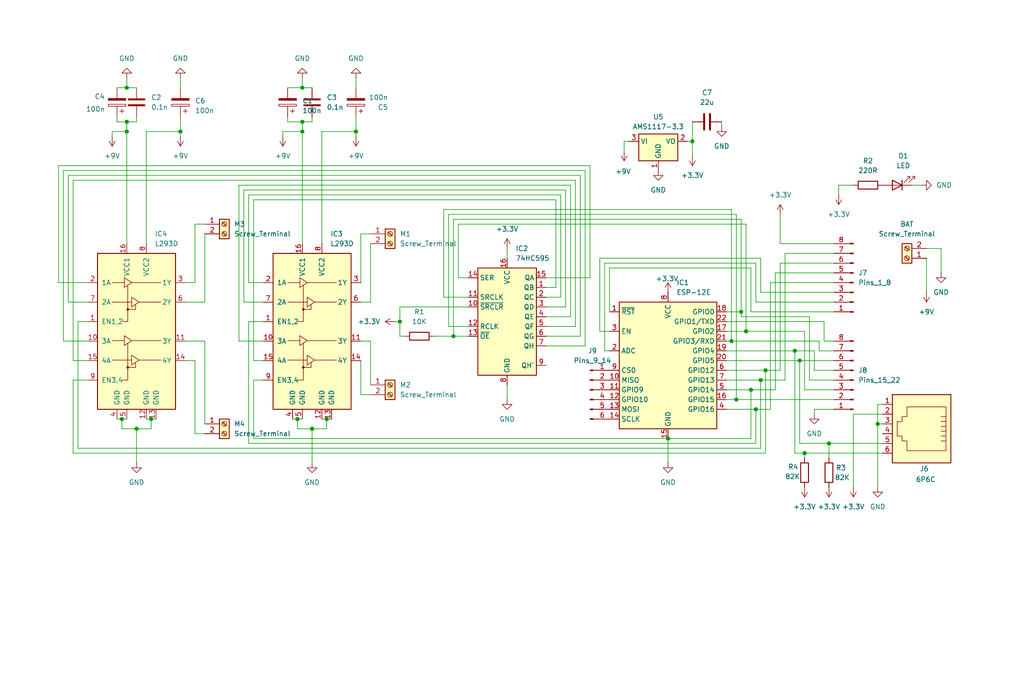
<source format=kicad_sch>
(kicad_sch (version 20231120) (generator "eeschema") (generator_version "8.0")
  (paper "User" 266.7 177.8)
  (title_block (title "ESP Motor Driver V0.1") (company "Daniel Blaško"))
  (lib_symbols
    (symbol "74xx:74HC595"
      (property "Reference" "U" (at -7.62 13.97 0))
      (property "Value" "74HC595" (at -7.62 -16.51 0))
      (symbol "74HC595_1_0"
        (pin tri_state line (at 10.16 7.62 180) (length 2.54) (name "QB") (number "1"))
        (pin input line (at -10.16 2.54 0) (length 2.54) (name "~{SRCLR}") (number "10"))
        (pin input line (at -10.16 5.08 0) (length 2.54) (name "SRCLK") (number "11"))
        (pin input line (at -10.16 -2.54 0) (length 2.54) (name "RCLK") (number "12"))
        (pin input line (at -10.16 -5.08 0) (length 2.54) (name "~{OE}") (number "13"))
        (pin input line (at -10.16 10.16 0) (length 2.54) (name "SER") (number "14"))
        (pin tri_state line (at 10.16 10.16 180) (length 2.54) (name "QA") (number "15"))
        (pin power_in line (at 0 15.24 270) (length 2.54) (name "VCC") (number "16"))
        (pin tri_state line (at 10.16 5.08 180) (length 2.54) (name "QC") (number "2"))
        (pin tri_state line (at 10.16 2.54 180) (length 2.54) (name "QD") (number "3"))
        (pin tri_state line (at 10.16 0 180) (length 2.54) (name "QE") (number "4"))
        (pin tri_state line (at 10.16 -2.54 180) (length 2.54) (name "QF") (number "5"))
        (pin tri_state line (at 10.16 -5.08 180) (length 2.54) (name "QG") (number "6"))
        (pin tri_state line (at 10.16 -7.62 180) (length 2.54) (name "QH") (number "7"))
        (pin power_in line (at 0 -17.78 90) (length 2.54) (name "GND") (number "8"))
        (pin output line (at 10.16 -12.7 180) (length 2.54) (name "QH'") (number "9"))
      )
      (symbol "74HC595_1_1"
        (rectangle (start -7.62 12.7) (end 7.62 -15.24) (stroke (width 0.254)) (fill (type background)))
      )
    )
    (symbol "Connector:6P6C" (pin_names (offset 1.016))
      (property "Reference" "J" (at -5.08 11.43 0))
      (property "Value" "6P6C" (at 2.54 11.43 0))
      (symbol "6P6C_0_1"
        (polyline (pts (xy -6.35 -1.905) (xy -5.08 -1.905) (xy -5.08 -1.905)))
        (polyline (pts (xy -6.35 -0.635) (xy -5.08 -0.635) (xy -5.08 -0.635)))
        (polyline (pts (xy -6.35 0.635) (xy -5.08 0.635) (xy -5.08 0.635)))
        (polyline (pts (xy -6.35 1.905) (xy -5.08 1.905) (xy -5.08 1.905)))
        (polyline (pts (xy -6.35 3.175) (xy -5.08 3.175) (xy -5.08 3.175)))
        (polyline (pts (xy -5.08 4.445) (xy -6.35 4.445) (xy -6.35 4.445)))
        (polyline (pts (xy -6.35 -4.445) (xy -6.35 6.985) (xy 3.81 6.985) (xy 3.81 4.445) (xy 5.08 4.445) (xy 5.08 3.175) (xy 6.35 3.175) (xy 6.35 -0.635) (xy 5.08 -0.635) (xy 5.08 -1.905) (xy 3.81 -1.905) (xy 3.81 -4.445) (xy -6.35 -4.445) (xy -6.35 -4.445)))
        (rectangle (start 7.62 10.16) (end -7.62 -7.62) (stroke (width 0.254)) (fill (type background)))
      )
      (symbol "6P6C_1_1"
        (pin passive line (at 10.16 -5.08 180) (length 2.54) (name "~") (number "1"))
        (pin passive line (at 10.16 -2.54 180) (length 2.54) (name "~") (number "2"))
        (pin passive line (at 10.16 0 180) (length 2.54) (name "~") (number "3"))
        (pin passive line (at 10.16 2.54 180) (length 2.54) (name "~") (number "4"))
        (pin passive line (at 10.16 5.08 180) (length 2.54) (name "~") (number "5"))
        (pin passive line (at 10.16 7.62 180) (length 2.54) (name "~") (number "6"))
      )
    )
    (symbol "Connector:Conn_01x06_Pin" (pin_names (offset 1.016) hide)
      (property "Reference" "J" (at 0 7.62 0))
      (property "Value" "Conn_01x06_Pin" (at 0 -10.16 0))
      (symbol "Conn_01x06_Pin_1_1"
        (polyline (pts (xy 1.27 -7.62) (xy 0.8636 -7.62)) (stroke (width 0.1524)))
        (polyline (pts (xy 1.27 -5.08) (xy 0.8636 -5.08)) (stroke (width 0.1524)))
        (polyline (pts (xy 1.27 -2.54) (xy 0.8636 -2.54)) (stroke (width 0.1524)))
        (polyline (pts (xy 1.27 0) (xy 0.8636 0)) (stroke (width 0.1524)))
        (polyline (pts (xy 1.27 2.54) (xy 0.8636 2.54)) (stroke (width 0.1524)))
        (polyline (pts (xy 1.27 5.08) (xy 0.8636 5.08)) (stroke (width 0.1524)))
        (rectangle (start 0.8636 -7.493) (end 0 -7.747) (stroke (width 0.1524)) (fill (type outline)))
        (rectangle (start 0.8636 -4.953) (end 0 -5.207) (stroke (width 0.1524)) (fill (type outline)))
        (rectangle (start 0.8636 -2.413) (end 0 -2.667) (stroke (width 0.1524)) (fill (type outline)))
        (rectangle (start 0.8636 0.127) (end 0 -0.127) (stroke (width 0.1524)) (fill (type outline)))
        (rectangle (start 0.8636 2.667) (end 0 2.413) (stroke (width 0.1524)) (fill (type outline)))
        (rectangle (start 0.8636 5.207) (end 0 4.953) (stroke (width 0.1524)) (fill (type outline)))
        (pin passive line (at 5.08 5.08 180) (length 3.81) (name "Pin_1") (number "1"))
        (pin passive line (at 5.08 2.54 180) (length 3.81) (name "Pin_2") (number "2"))
        (pin passive line (at 5.08 0 180) (length 3.81) (name "Pin_3") (number "3"))
        (pin passive line (at 5.08 -2.54 180) (length 3.81) (name "Pin_4") (number "4"))
        (pin passive line (at 5.08 -5.08 180) (length 3.81) (name "Pin_5") (number "5"))
        (pin passive line (at 5.08 -7.62 180) (length 3.81) (name "Pin_6") (number "6"))
      )
    )
    (symbol "Connector:Conn_01x08_Pin" (pin_names (offset 1.016) hide)
      (property "Reference" "J" (at 0 10.16 0))
      (property "Value" "Conn_01x08_Pin" (at 0 -12.7 0))
      (symbol "Conn_01x08_Pin_1_1"
        (polyline (pts (xy 1.27 -10.16) (xy 0.8636 -10.16)) (stroke (width 0.1524)))
        (polyline (pts (xy 1.27 -7.62) (xy 0.8636 -7.62)) (stroke (width 0.1524)))
        (polyline (pts (xy 1.27 -5.08) (xy 0.8636 -5.08)) (stroke (width 0.1524)))
        (polyline (pts (xy 1.27 -2.54) (xy 0.8636 -2.54)) (stroke (width 0.1524)))
        (polyline (pts (xy 1.27 0) (xy 0.8636 0)) (stroke (width 0.1524)))
        (polyline (pts (xy 1.27 2.54) (xy 0.8636 2.54)) (stroke (width 0.1524)))
        (polyline (pts (xy 1.27 5.08) (xy 0.8636 5.08)) (stroke (width 0.1524)))
        (polyline (pts (xy 1.27 7.62) (xy 0.8636 7.62)) (stroke (width 0.1524)))
        (rectangle (start 0.8636 -10.033) (end 0 -10.287) (stroke (width 0.1524)) (fill (type outline)))
        (rectangle (start 0.8636 -7.493) (end 0 -7.747) (stroke (width 0.1524)) (fill (type outline)))
        (rectangle (start 0.8636 -4.953) (end 0 -5.207) (stroke (width 0.1524)) (fill (type outline)))
        (rectangle (start 0.8636 -2.413) (end 0 -2.667) (stroke (width 0.1524)) (fill (type outline)))
        (rectangle (start 0.8636 0.127) (end 0 -0.127) (stroke (width 0.1524)) (fill (type outline)))
        (rectangle (start 0.8636 2.667) (end 0 2.413) (stroke (width 0.1524)) (fill (type outline)))
        (rectangle (start 0.8636 5.207) (end 0 4.953) (stroke (width 0.1524)) (fill (type outline)))
        (rectangle (start 0.8636 7.747) (end 0 7.493) (stroke (width 0.1524)) (fill (type outline)))
        (pin passive line (at 5.08 7.62 180) (length 3.81) (name "Pin_1") (number "1"))
        (pin passive line (at 5.08 5.08 180) (length 3.81) (name "Pin_2") (number "2"))
        (pin passive line (at 5.08 2.54 180) (length 3.81) (name "Pin_3") (number "3"))
        (pin passive line (at 5.08 0 180) (length 3.81) (name "Pin_4") (number "4"))
        (pin passive line (at 5.08 -2.54 180) (length 3.81) (name "Pin_5") (number "5"))
        (pin passive line (at 5.08 -5.08 180) (length 3.81) (name "Pin_6") (number "6"))
        (pin passive line (at 5.08 -7.62 180) (length 3.81) (name "Pin_7") (number "7"))
        (pin passive line (at 5.08 -10.16 180) (length 3.81) (name "Pin_8") (number "8"))
      )
    )
    (symbol "Connector:Screw_Terminal_01x02" (pin_names (offset 1.016) hide)
      (property "Reference" "J" (at 0 2.54 0))
      (property "Value" "Screw_Terminal_01x02" (at 0 -5.08 0))
      (symbol "Screw_Terminal_01x02_1_1"
        (rectangle (start -1.27 1.27) (end 1.27 -3.81) (stroke (width 0.254)) (fill (type background)))
        (circle (center 0 -2.54) (radius 0.635) (stroke (width 0.1524)))
        (polyline (pts (xy -0.5334 -2.2098) (xy 0.3302 -3.048)) (stroke (width 0.1524)))
        (polyline (pts (xy -0.5334 0.3302) (xy 0.3302 -0.508)) (stroke (width 0.1524)))
        (polyline (pts (xy -0.3556 -2.032) (xy 0.508 -2.8702)) (stroke (width 0.1524)))
        (polyline (pts (xy -0.3556 0.508) (xy 0.508 -0.3302)) (stroke (width 0.1524)))
        (circle (center 0 0) (radius 0.635) (stroke (width 0.1524)))
        (pin passive line (at -5.08 0 0) (length 3.81) (name "Pin_1") (number "1"))
        (pin passive line (at -5.08 -2.54 0) (length 3.81) (name "Pin_2") (number "2"))
      )
    )
    (symbol "Device:C" (pin_numbers hide) (pin_names (offset 0.254))
      (property "Reference" "C" (at 0.635 2.54 0))
      (property "Value" "C" (at 0.635 -2.54 0))
      (symbol "C_0_1"
        (polyline (pts (xy -2.032 -0.762) (xy 2.032 -0.762)) (stroke (width 0.508)))
        (polyline (pts (xy -2.032 0.762) (xy 2.032 0.762)) (stroke (width 0.508)))
      )
      (symbol "C_1_1"
        (pin passive line (at 0 3.81 270) (length 2.794) (name "~") (number "1"))
        (pin passive line (at 0 -3.81 90) (length 2.794) (name "~") (number "2"))
      )
    )
    (symbol "Device:C_Polarized" (pin_numbers hide) (pin_names (offset 0.254))
      (property "Reference" "C" (at 0.635 2.54 0))
      (property "Value" "C_Polarized" (at 0.635 -2.54 0))
      (symbol "C_Polarized_0_1"
        (rectangle (start -2.286 0.508) (end 2.286 1.016))
        (polyline (pts (xy -1.778 2.286) (xy -0.762 2.286)))
        (polyline (pts (xy -1.27 2.794) (xy -1.27 1.778)))
        (rectangle (start 2.286 -0.508) (end -2.286 -1.016) (fill (type outline)))
      )
      (symbol "C_Polarized_1_1"
        (pin passive line (at 0 3.81 270) (length 2.794) (name "~") (number "1"))
        (pin passive line (at 0 -3.81 90) (length 2.794) (name "~") (number "2"))
      )
    )
    (symbol "Device:LED" (pin_numbers hide) (pin_names (offset 1.016) hide)
      (property "Reference" "D" (at 0 2.54 0))
      (property "Value" "LED" (at 0 -2.54 0))
      (symbol "LED_0_1"
        (polyline (pts (xy -1.27 -1.27) (xy -1.27 1.27)) (stroke (width 0.254)))
        (polyline (pts (xy -1.27 0) (xy 1.27 0)))
        (polyline (pts (xy 1.27 -1.27) (xy 1.27 1.27) (xy -1.27 0) (xy 1.27 -1.27)) (stroke (width 0.254)))
        (polyline (pts (xy -3.048 -0.762) (xy -4.572 -2.286) (xy -3.81 -2.286) (xy -4.572 -2.286) (xy -4.572 -1.524)))
        (polyline (pts (xy -1.778 -0.762) (xy -3.302 -2.286) (xy -2.54 -2.286) (xy -3.302 -2.286) (xy -3.302 -1.524)))
      )
      (symbol "LED_1_1"
        (pin passive line (at -3.81 0 0) (length 2.54) (name "K") (number "1"))
        (pin passive line (at 3.81 0 180) (length 2.54) (name "A") (number "2"))
      )
    )
    (symbol "Device:R" (pin_numbers hide) (pin_names (offset 0))
      (property "Reference" "R" (at 2.032 0 90))
      (property "Value" "R" (at 0 0 90))
      (symbol "R_0_1"
        (rectangle (start -1.016 -2.54) (end 1.016 2.54) (stroke (width 0.254)))
      )
      (symbol "R_1_1"
        (pin passive line (at 0 3.81 270) (length 1.27) (name "~") (number "1"))
        (pin passive line (at 0 -3.81 90) (length 1.27) (name "~") (number "2"))
      )
    )
    (symbol "Driver_Motor:L293D" (pin_names (offset 1.016))
      (property "Reference" "U" (at -5.08 26.035 0))
      (property "Value" "L293D" (at -5.08 24.13 0))
      (symbol "L293D_0_1"
        (rectangle (start -10.16 22.86) (end 10.16 -17.78) (stroke (width 0.254)) (fill (type background)))
        (circle (center -2.286 -6.858) (radius 0.254) (fill (type outline)))
        (circle (center -2.286 8.255) (radius 0.254) (fill (type outline)))
        (polyline (pts (xy -6.35 -4.953) (xy -1.27 -4.953)))
        (polyline (pts (xy -6.35 0.127) (xy -3.175 0.127)))
        (polyline (pts (xy -6.35 10.16) (xy -1.27 10.16)))
        (polyline (pts (xy -6.35 15.24) (xy -3.175 15.24)))
        (polyline (pts (xy -1.27 0.127) (xy 6.35 0.127)))
        (polyline (pts (xy -1.27 15.24) (xy 6.35 15.24)))
        (polyline (pts (xy 0.635 -4.953) (xy 6.35 -4.953)))
        (polyline (pts (xy 0.635 10.16) (xy 6.35 10.16)))
        (polyline (pts (xy -2.286 -6.858) (xy -0.254 -6.858) (xy -0.254 -5.588)))
        (polyline (pts (xy -2.286 -0.635) (xy -2.286 -10.16) (xy -3.556 -10.16)))
        (polyline (pts (xy -2.286 8.255) (xy -0.254 8.255) (xy -0.254 9.525)))
        (polyline (pts (xy -2.286 14.478) (xy -2.286 5.08) (xy -3.556 5.08)))
        (polyline (pts (xy -3.175 1.397) (xy -3.175 -1.143) (xy -1.27 0.127) (xy -3.175 1.397)))
        (polyline (pts (xy -3.175 16.51) (xy -3.175 13.97) (xy -1.27 15.24) (xy -3.175 16.51)))
        (polyline (pts (xy -1.27 -3.683) (xy -1.27 -6.223) (xy 0.635 -4.953) (xy -1.27 -3.683)))
        (polyline (pts (xy -1.27 11.43) (xy -1.27 8.89) (xy 0.635 10.16) (xy -1.27 11.43)))
      )
      (symbol "L293D_1_1"
        (pin input line (at -12.7 5.08 0) (length 2.54) (name "EN1,2") (number "1"))
        (pin input line (at -12.7 0 0) (length 2.54) (name "3A") (number "10"))
        (pin output line (at 12.7 0 180) (length 2.54) (name "3Y") (number "11"))
        (pin power_in line (at 2.54 -20.32 90) (length 2.54) (name "GND") (number "12"))
        (pin power_in line (at 5.08 -20.32 90) (length 2.54) (name "GND") (number "13"))
        (pin output line (at 12.7 -5.08 180) (length 2.54) (name "4Y") (number "14"))
        (pin input line (at -12.7 -5.08 0) (length 2.54) (name "4A") (number "15"))
        (pin power_in line (at -2.54 25.4 270) (length 2.54) (name "VCC1") (number "16"))
        (pin input line (at -12.7 15.24 0) (length 2.54) (name "1A") (number "2"))
        (pin output line (at 12.7 15.24 180) (length 2.54) (name "1Y") (number "3"))
        (pin power_in line (at -5.08 -20.32 90) (length 2.54) (name "GND") (number "4"))
        (pin power_in line (at -2.54 -20.32 90) (length 2.54) (name "GND") (number "5"))
        (pin output line (at 12.7 10.16 180) (length 2.54) (name "2Y") (number "6"))
        (pin input line (at -12.7 10.16 0) (length 2.54) (name "2A") (number "7"))
        (pin power_in line (at 2.54 25.4 270) (length 2.54) (name "VCC2") (number "8"))
        (pin input line (at -12.7 -10.16 0) (length 2.54) (name "EN3,4") (number "9"))
      )
    )
    (symbol "RF_Module:ESP-12E"
      (property "Reference" "U" (at -12.7 19.05 0))
      (property "Value" "ESP-12E" (at 12.7 19.05 0))
      (symbol "ESP-12E_0_1"
        (rectangle (start -12.7 17.78) (end 12.7 -15.24) (stroke (width 0.254)) (fill (type background)))
      )
      (symbol "ESP-12E_1_1"
        (pin input line (at -15.24 15.24 0) (length 2.54) (name "~{RST}") (number "1"))
        (pin bidirectional line (at -15.24 -2.54 0) (length 2.54) (name "MISO") (number "10"))
        (pin bidirectional line (at -15.24 -5.08 0) (length 2.54) (name "GPIO9") (number "11"))
        (pin bidirectional line (at -15.24 -7.62 0) (length 2.54) (name "GPIO10") (number "12"))
        (pin bidirectional line (at -15.24 -10.16 0) (length 2.54) (name "MOSI") (number "13"))
        (pin bidirectional line (at -15.24 -12.7 0) (length 2.54) (name "SCLK") (number "14"))
        (pin power_in line (at 0 -17.78 90) (length 2.54) (name "GND") (number "15"))
        (pin bidirectional line (at 15.24 -7.62 180) (length 2.54) (name "GPIO15") (number "16"))
        (pin bidirectional line (at 15.24 10.16 180) (length 2.54) (name "GPIO2") (number "17"))
        (pin bidirectional line (at 15.24 15.24 180) (length 2.54) (name "GPIO0") (number "18"))
        (pin bidirectional line (at 15.24 5.08 180) (length 2.54) (name "GPIO4") (number "19"))
        (pin input line (at -15.24 5.08 0) (length 2.54) (name "ADC") (number "2"))
        (pin bidirectional line (at 15.24 2.54 180) (length 2.54) (name "GPIO5") (number "20"))
        (pin bidirectional line (at 15.24 7.62 180) (length 2.54) (name "GPIO3/RXD") (number "21"))
        (pin bidirectional line (at 15.24 12.7 180) (length 2.54) (name "GPIO1/TXD") (number "22"))
        (pin input line (at -15.24 10.16 0) (length 2.54) (name "EN") (number "3"))
        (pin bidirectional line (at 15.24 -10.16 180) (length 2.54) (name "GPIO16") (number "4"))
        (pin bidirectional line (at 15.24 -5.08 180) (length 2.54) (name "GPIO14") (number "5"))
        (pin bidirectional line (at 15.24 0 180) (length 2.54) (name "GPIO12") (number "6"))
        (pin bidirectional line (at 15.24 -2.54 180) (length 2.54) (name "GPIO13") (number "7"))
        (pin power_in line (at 0 20.32 270) (length 2.54) (name "VCC") (number "8"))
        (pin input line (at -15.24 0 0) (length 2.54) (name "CS0") (number "9"))
      )
    )
    (symbol "Regulator_Linear:AMS1117-3.3"
      (property "Reference" "U" (at -3.81 3.175 0))
      (property "Value" "AMS1117-3.3" (at 0 3.175 0))
      (symbol "AMS1117-3.3_0_1"
        (rectangle (start -5.08 -5.08) (end 5.08 1.905) (stroke (width 0.254)) (fill (type background)))
      )
      (symbol "AMS1117-3.3_1_1"
        (pin power_in line (at 0 -7.62 90) (length 2.54) (name "GND") (number "1"))
        (pin power_out line (at 7.62 0 180) (length 2.54) (name "VO") (number "2"))
        (pin power_in line (at -7.62 0 0) (length 2.54) (name "VI") (number "3"))
      )
    )
    (symbol "power:+3.3V" (power) (pin_numbers hide) (pin_names (offset 0) hide)
      (property "Value" "+3.3V" (at 0 3.556 0))
      (symbol "+3.3V_0_1"
        (polyline (pts (xy -0.762 1.27) (xy 0 2.54)))
        (polyline (pts (xy 0 0) (xy 0 2.54)))
        (polyline (pts (xy 0 2.54) (xy 0.762 1.27)))
      )
      (symbol "+3.3V_1_1"
        (pin power_in line (at 0 0 90) (length 0) (name "~") (number "1"))
      )
    )
    (symbol "power:+9V" (power) (pin_numbers hide) (pin_names (offset 0) hide)
      (property "Value" "+9V" (at 0 3.556 0))
      (symbol "+9V_0_1"
        (polyline (pts (xy -0.762 1.27) (xy 0 2.54)))
        (polyline (pts (xy 0 0) (xy 0 2.54)))
        (polyline (pts (xy 0 2.54) (xy 0.762 1.27)))
      )
      (symbol "+9V_1_1"
        (pin power_in line (at 0 0 90) (length 0) (name "~") (number "1"))
      )
    )
    (symbol "power:GND" (power) (pin_numbers hide) (pin_names (offset 0) hide)
      (property "Value" "GND" (at 0 -3.81 0))
      (symbol "GND_0_1"
        (polyline (pts (xy 0 0) (xy 0 -1.27) (xy 1.27 -1.27) (xy 0 -2.54) (xy -1.27 -1.27) (xy 0 -1.27)))
      )
      (symbol "GND_1_1"
        (pin power_in line (at 0 0 270) (length 0) (name "~") (number "1"))
      )
    )
  )
  (junction (at 78.74 22.86))
  (junction (at 35.56 111.76))
  (junction (at 215.9 115.57))
  (junction (at 228.6 110.49))
  (junction (at 104.14 83.82))
  (junction (at 195.58 101.6))
  (junction (at 78.74 31.75))
  (junction (at 208.28 93.98))
  (junction (at 92.71 34.29))
  (junction (at 194.31 86.36))
  (junction (at 78.74 34.29))
  (junction (at 31.75 109.22))
  (junction (at 207.01 91.44))
  (junction (at 191.77 104.14))
  (junction (at 33.02 22.86))
  (junction (at 85.09 109.22))
  (junction (at 209.55 118.11))
  (junction (at 193.04 81.28))
  (junction (at 196.85 106.68))
  (junction (at 173.99 114.3))
  (junction (at 46.99 34.29))
  (junction (at 81.28 111.76))
  (junction (at 118.11 87.63))
  (junction (at 33.02 34.29))
  (junction (at 77.47 109.22))
  (junction (at 33.02 31.75))
  (junction (at 198.12 99.06))
  (junction (at 190.5 88.9))
  (junction (at 180.34 36.83))
  (junction (at 199.39 96.52))
  (junction (at 39.37 109.22))
  (wire (pts (xy 209.55 101.6) (xy 217.17 101.6)))
  (wire (pts (xy 195.58 101.6) (xy 201.93 101.6)))
  (wire (pts (xy 17.78 45.72) (xy 17.78 78.74)))
  (wire (pts (xy 200.66 106.68) (xy 200.66 73.66)))
  (wire (pts (xy 191.77 104.14) (xy 191.77 55.88)))
  (wire (pts (xy 16.51 44.45) (xy 16.51 88.9)))
  (wire (pts (xy 148.59 48.26) (xy 62.23 48.26)))
  (wire (pts (xy 35.56 111.76) (xy 39.37 111.76)))
  (wire (pts (xy 46.99 30.48) (xy 46.99 34.29)))
  (wire (pts (xy 73.66 34.29) (xy 73.66 35.56)))
  (wire (pts (xy 142.24 85.09) (xy 149.86 85.09)))
  (wire (pts (xy 147.32 49.53) (xy 63.5 49.53)))
  (wire (pts (xy 152.4 90.17) (xy 152.4 44.45)))
  (wire (pts (xy 92.71 34.29) (xy 92.71 35.56)))
  (wire (pts (xy 196.85 106.68) (xy 200.66 106.68)))
  (wire (pts (xy 212.09 106.68) (xy 217.17 106.68)))
  (wire (pts (xy 38.1 109.22) (xy 39.37 109.22)))
  (wire (pts (xy 15.24 43.18) (xy 15.24 73.66)))
  (wire (pts (xy 158.75 86.36) (xy 156.21 86.36)))
  (wire (pts (xy 149.86 46.99) (xy 149.86 85.09)))
  (wire (pts (xy 189.23 83.82) (xy 214.63 83.82)))
  (wire (pts (xy 62.23 88.9) (xy 68.58 88.9)))
  (wire (pts (xy 204.47 66.04) (xy 217.17 66.04)))
  (wire (pts (xy 199.39 96.52) (xy 199.39 118.11)))
  (wire (pts (xy 17.78 78.74) (xy 22.86 78.74)))
  (wire (pts (xy 31.75 111.76) (xy 35.56 111.76)))
  (wire (pts (xy 218.44 48.26) (xy 222.25 48.26)))
  (wire (pts (xy 189.23 96.52) (xy 199.39 96.52)))
  (wire (pts (xy 33.02 22.86) (xy 35.56 22.86)))
  (wire (pts (xy 104.14 83.82) (xy 104.14 87.63)))
  (wire (pts (xy 180.34 31.75) (xy 180.34 36.83)))
  (wire (pts (xy 208.28 115.57) (xy 208.28 93.98)))
  (wire (pts (xy 241.3 67.31) (xy 241.3 76.2)))
  (wire (pts (xy 83.82 34.29) (xy 83.82 63.5)))
  (wire (pts (xy 173.99 114.3) (xy 173.99 120.65)))
  (wire (pts (xy 215.9 115.57) (xy 215.9 119.38)))
  (wire (pts (xy 93.98 78.74) (xy 96.52 78.74)))
  (wire (pts (xy 146.05 50.8) (xy 64.77 50.8)))
  (wire (pts (xy 119.38 72.39) (xy 121.92 72.39)))
  (wire (pts (xy 228.6 110.49) (xy 228.6 127)))
  (wire (pts (xy 210.82 99.06) (xy 217.17 99.06)))
  (wire (pts (xy 38.1 34.29) (xy 38.1 63.5)))
  (wire (pts (xy 78.74 22.86) (xy 81.28 22.86)))
  (wire (pts (xy 93.98 102.87) (xy 96.52 102.87)))
  (wire (pts (xy 93.98 60.96) (xy 96.52 60.96)))
  (wire (pts (xy 209.55 118.11) (xy 229.87 118.11)))
  (wire (pts (xy 142.24 80.01) (xy 147.32 80.01)))
  (wire (pts (xy 39.37 109.22) (xy 39.37 111.76)))
  (wire (pts (xy 196.85 78.74) (xy 217.17 78.74)))
  (wire (pts (xy 33.02 31.75) (xy 35.56 31.75)))
  (wire (pts (xy 78.74 20.32) (xy 78.74 22.86)))
  (wire (pts (xy 77.47 109.22) (xy 77.47 111.76)))
  (wire (pts (xy 132.08 100.33) (xy 132.08 104.14)))
  (wire (pts (xy 93.98 73.66) (xy 93.98 60.96)))
  (wire (pts (xy 195.58 81.28) (xy 217.17 81.28)))
  (wire (pts (xy 53.34 88.9) (xy 53.34 110.49)))
  (wire (pts (xy 193.04 81.28) (xy 193.04 57.15)))
  (wire (pts (xy 210.82 82.55) (xy 210.82 99.06)))
  (wire (pts (xy 229.87 105.41) (xy 228.6 105.41)))
  (wire (pts (xy 83.82 34.29) (xy 92.71 34.29)))
  (wire (pts (xy 193.04 81.28) (xy 193.04 82.55)))
  (wire (pts (xy 63.5 78.74) (xy 68.58 78.74)))
  (wire (pts (xy 190.5 54.61) (xy 115.57 54.61)))
  (wire (pts (xy 198.12 67.31) (xy 198.12 76.2)))
  (wire (pts (xy 77.47 109.22) (xy 78.74 109.22)))
  (wire (pts (xy 199.39 118.11) (xy 19.05 118.11)))
  (wire (pts (xy 16.51 88.9) (xy 22.86 88.9)))
  (wire (pts (xy 76.2 109.22) (xy 77.47 109.22)))
  (wire (pts (xy 73.66 34.29) (xy 78.74 34.29)))
  (wire (pts (xy 207.01 91.44) (xy 207.01 118.11)))
  (wire (pts (xy 78.74 34.29) (xy 78.74 63.5)))
  (wire (pts (xy 81.28 111.76) (xy 85.09 111.76)))
  (wire (pts (xy 33.02 34.29) (xy 33.02 63.5)))
  (wire (pts (xy 74.93 30.48) (xy 74.93 31.75)))
  (wire (pts (xy 191.77 55.88) (xy 116.84 55.88)))
  (wire (pts (xy 30.48 31.75) (xy 30.48 30.48)))
  (wire (pts (xy 20.32 83.82) (xy 22.86 83.82)))
  (wire (pts (xy 104.14 80.01) (xy 104.14 83.82)))
  (wire (pts (xy 208.28 93.98) (xy 189.23 93.98)))
  (wire (pts (xy 222.25 107.95) (xy 229.87 107.95)))
  (wire (pts (xy 19.05 118.11) (xy 19.05 99.06)))
  (wire (pts (xy 191.77 104.14) (xy 217.17 104.14)))
  (wire (pts (xy 212.09 106.68) (xy 212.09 107.95)))
  (wire (pts (xy 142.24 87.63) (xy 151.13 87.63)))
  (wire (pts (xy 194.31 58.42) (xy 119.38 58.42)))
  (wire (pts (xy 196.85 106.68) (xy 189.23 106.68)))
  (wire (pts (xy 199.39 96.52) (xy 203.2 96.52)))
  (wire (pts (xy 237.49 48.26) (xy 240.03 48.26)))
  (wire (pts (xy 151.13 45.72) (xy 17.78 45.72)))
  (wire (pts (xy 158.75 69.85) (xy 195.58 69.85)))
  (wire (pts (xy 207.01 91.44) (xy 212.09 91.44)))
  (wire (pts (xy 209.55 86.36) (xy 209.55 101.6)))
  (wire (pts (xy 33.02 20.32) (xy 33.02 22.86)))
  (wire (pts (xy 144.78 74.93) (xy 144.78 52.07)))
  (wire (pts (xy 180.34 36.83) (xy 179.07 36.83)))
  (wire (pts (xy 116.84 85.09) (xy 121.92 85.09)))
  (wire (pts (xy 31.75 109.22) (xy 31.75 111.76)))
  (wire (pts (xy 74.93 22.86) (xy 78.74 22.86)))
  (wire (pts (xy 64.77 50.8) (xy 64.77 73.66)))
  (wire (pts (xy 245.11 64.77) (xy 245.11 71.12)))
  (wire (pts (xy 39.37 109.22) (xy 40.64 109.22)))
  (wire (pts (xy 142.24 82.55) (xy 148.59 82.55)))
  (wire (pts (xy 203.2 68.58) (xy 217.17 68.58)))
  (wire (pts (xy 204.47 99.06) (xy 204.47 66.04)))
  (wire (pts (xy 66.04 114.3) (xy 66.04 99.06)))
  (wire (pts (xy 198.12 99.06) (xy 198.12 116.84)))
  (wire (pts (xy 83.82 109.22) (xy 85.09 109.22)))
  (wire (pts (xy 213.36 91.44) (xy 217.17 91.44)))
  (wire (pts (xy 48.26 88.9) (xy 53.34 88.9)))
  (wire (pts (xy 50.8 73.66) (xy 50.8 58.42)))
  (wire (pts (xy 189.23 88.9) (xy 190.5 88.9)))
  (wire (pts (xy 147.32 80.01) (xy 147.32 49.53)))
  (wire (pts (xy 157.48 91.44) (xy 157.48 68.58)))
  (wire (pts (xy 196.85 115.57) (xy 196.85 106.68)))
  (wire (pts (xy 96.52 88.9) (xy 96.52 100.33)))
  (wire (pts (xy 173.99 114.3) (xy 66.04 114.3)))
  (wire (pts (xy 66.04 99.06) (xy 68.58 99.06)))
  (wire (pts (xy 29.21 34.29) (xy 33.02 34.29)))
  (wire (pts (xy 228.6 110.49) (xy 229.87 110.49)))
  (wire (pts (xy 19.05 46.99) (xy 149.86 46.99)))
  (wire (pts (xy 63.5 49.53) (xy 63.5 78.74)))
  (wire (pts (xy 33.02 31.75) (xy 30.48 31.75)))
  (wire (pts (xy 121.92 80.01) (xy 104.14 80.01)))
  (wire (pts (xy 142.24 90.17) (xy 152.4 90.17)))
  (wire (pts (xy 132.08 64.77) (xy 132.08 67.31)))
  (wire (pts (xy 187.96 33.02) (xy 187.96 31.75)))
  (wire (pts (xy 217.17 63.5) (xy 203.2 63.5)))
  (wire (pts (xy 241.3 64.77) (xy 245.11 64.77)))
  (wire (pts (xy 158.75 91.44) (xy 157.48 91.44)))
  (wire (pts (xy 203.2 96.52) (xy 203.2 68.58)))
  (wire (pts (xy 207.01 118.11) (xy 209.55 118.11)))
  (wire (pts (xy 142.24 74.93) (xy 144.78 74.93)))
  (wire (pts (xy 214.63 83.82) (xy 214.63 88.9)))
  (wire (pts (xy 196.85 68.58) (xy 196.85 78.74)))
  (wire (pts (xy 64.77 83.82) (xy 64.77 115.57)))
  (wire (pts (xy 152.4 44.45) (xy 16.51 44.45)))
  (wire (pts (xy 66.04 93.98) (xy 68.58 93.98)))
  (wire (pts (xy 81.28 31.75) (xy 81.28 30.48)))
  (wire (pts (xy 118.11 87.63) (xy 121.92 87.63)))
  (wire (pts (xy 77.47 111.76) (xy 81.28 111.76)))
  (wire (pts (xy 19.05 93.98) (xy 19.05 46.99)))
  (wire (pts (xy 48.26 73.66) (xy 50.8 73.66)))
  (wire (pts (xy 30.48 22.86) (xy 33.02 22.86)))
  (wire (pts (xy 209.55 118.11) (xy 209.55 119.38)))
  (wire (pts (xy 74.93 31.75) (xy 78.74 31.75)))
  (wire (pts (xy 189.23 99.06) (xy 198.12 99.06)))
  (wire (pts (xy 194.31 86.36) (xy 209.55 86.36)))
  (wire (pts (xy 146.05 77.47) (xy 146.05 50.8)))
  (wire (pts (xy 115.57 77.47) (xy 121.92 77.47)))
  (wire (pts (xy 85.09 109.22) (xy 85.09 111.76)))
  (wire (pts (xy 195.58 101.6) (xy 195.58 114.3)))
  (wire (pts (xy 198.12 76.2) (xy 217.17 76.2)))
  (wire (pts (xy 53.34 78.74) (xy 53.34 60.96)))
  (wire (pts (xy 15.24 73.66) (xy 22.86 73.66)))
  (wire (pts (xy 218.44 48.26) (xy 218.44 50.8)))
  (wire (pts (xy 189.23 101.6) (xy 195.58 101.6)))
  (wire (pts (xy 29.21 34.29) (xy 29.21 35.56)))
  (wire (pts (xy 201.93 101.6) (xy 201.93 71.12)))
  (wire (pts (xy 35.56 111.76) (xy 35.56 120.65)))
  (wire (pts (xy 35.56 30.48) (xy 35.56 31.75)))
  (wire (pts (xy 31.75 109.22) (xy 33.02 109.22)))
  (wire (pts (xy 208.28 93.98) (xy 217.17 93.98)))
  (wire (pts (xy 93.98 88.9) (xy 96.52 88.9)))
  (wire (pts (xy 213.36 88.9) (xy 213.36 91.44)))
  (wire (pts (xy 81.28 111.76) (xy 81.28 120.65)))
  (wire (pts (xy 195.58 114.3) (xy 173.99 114.3)))
  (wire (pts (xy 153.67 43.18) (xy 15.24 43.18)))
  (wire (pts (xy 48.26 78.74) (xy 53.34 78.74)))
  (wire (pts (xy 190.5 88.9) (xy 190.5 54.61)))
  (wire (pts (xy 162.56 36.83) (xy 163.83 36.83)))
  (wire (pts (xy 158.75 81.28) (xy 158.75 69.85)))
  (wire (pts (xy 50.8 113.03) (xy 53.34 113.03)))
  (wire (pts (xy 78.74 31.75) (xy 78.74 34.29)))
  (wire (pts (xy 148.59 82.55) (xy 148.59 48.26)))
  (wire (pts (xy 92.71 30.48) (xy 92.71 34.29)))
  (wire (pts (xy 203.2 55.88) (xy 203.2 63.5)))
  (wire (pts (xy 92.71 20.32) (xy 92.71 22.86)))
  (wire (pts (xy 50.8 93.98) (xy 50.8 113.03)))
  (wire (pts (xy 190.5 88.9) (xy 213.36 88.9)))
  (wire (pts (xy 195.58 69.85) (xy 195.58 81.28)))
  (wire (pts (xy 33.02 31.75) (xy 33.02 34.29)))
  (wire (pts (xy 214.63 88.9) (xy 217.17 88.9)))
  (wire (pts (xy 144.78 52.07) (xy 66.04 52.07)))
  (wire (pts (xy 46.99 34.29) (xy 46.99 35.56)))
  (wire (pts (xy 142.24 72.39) (xy 153.67 72.39)))
  (wire (pts (xy 119.38 58.42) (xy 119.38 72.39)))
  (wire (pts (xy 93.98 93.98) (xy 93.98 102.87)))
  (wire (pts (xy 64.77 73.66) (xy 68.58 73.66)))
  (wire (pts (xy 198.12 99.06) (xy 204.47 99.06)))
  (wire (pts (xy 189.23 81.28) (xy 193.04 81.28)))
  (wire (pts (xy 151.13 87.63) (xy 151.13 45.72)))
  (wire (pts (xy 198.12 116.84) (xy 20.32 116.84)))
  (wire (pts (xy 22.86 93.98) (xy 19.05 93.98)))
  (wire (pts (xy 104.14 87.63) (xy 105.41 87.63)))
  (wire (pts (xy 113.03 87.63) (xy 118.11 87.63)))
  (wire (pts (xy 68.58 83.82) (xy 64.77 83.82)))
  (wire (pts (xy 153.67 72.39) (xy 153.67 43.18)))
  (wire (pts (xy 118.11 57.15) (xy 118.11 87.63)))
  (wire (pts (xy 194.31 58.42) (xy 194.31 86.36)))
  (wire (pts (xy 201.93 71.12) (xy 217.17 71.12)))
  (wire (pts (xy 19.05 99.06) (xy 22.86 99.06)))
  (wire (pts (xy 222.25 107.95) (xy 222.25 127)))
  (wire (pts (xy 212.09 96.52) (xy 217.17 96.52)))
  (wire (pts (xy 66.04 52.07) (xy 66.04 93.98)))
  (wire (pts (xy 38.1 34.29) (xy 46.99 34.29)))
  (wire (pts (xy 78.74 31.75) (xy 81.28 31.75)))
  (wire (pts (xy 208.28 115.57) (xy 215.9 115.57)))
  (wire (pts (xy 156.21 67.31) (xy 198.12 67.31)))
  (wire (pts (xy 102.87 83.82) (xy 104.14 83.82)))
  (wire (pts (xy 157.48 68.58) (xy 196.85 68.58)))
  (wire (pts (xy 193.04 82.55) (xy 210.82 82.55)))
  (wire (pts (xy 228.6 105.41) (xy 228.6 110.49)))
  (wire (pts (xy 180.34 40.64) (xy 180.34 36.83)))
  (wire (pts (xy 46.99 20.32) (xy 46.99 22.86)))
  (wire (pts (xy 189.23 104.14) (xy 191.77 104.14)))
  (wire (pts (xy 193.04 57.15) (xy 118.11 57.15)))
  (wire (pts (xy 189.23 86.36) (xy 194.31 86.36)))
  (wire (pts (xy 50.8 58.42) (xy 53.34 58.42)))
  (wire (pts (xy 116.84 55.88) (xy 116.84 85.09)))
  (wire (pts (xy 85.09 109.22) (xy 86.36 109.22)))
  (wire (pts (xy 20.32 116.84) (xy 20.32 83.82)))
  (wire (pts (xy 156.21 86.36) (xy 156.21 67.31)))
  (wire (pts (xy 30.48 109.22) (xy 31.75 109.22)))
  (wire (pts (xy 142.24 77.47) (xy 146.05 77.47)))
  (wire (pts (xy 115.57 54.61) (xy 115.57 77.47)))
  (wire (pts (xy 200.66 73.66) (xy 217.17 73.66)))
  (wire (pts (xy 64.77 115.57) (xy 196.85 115.57)))
  (wire (pts (xy 62.23 48.26) (xy 62.23 88.9)))
  (wire (pts (xy 162.56 36.83) (xy 162.56 39.37)))
  (wire (pts (xy 212.09 91.44) (xy 212.09 96.52)))
  (wire (pts (xy 215.9 115.57) (xy 229.87 115.57)))
  (wire (pts (xy 189.23 91.44) (xy 207.01 91.44)))
  (wire (pts (xy 48.26 93.98) (xy 50.8 93.98)))
  (wire (pts (xy 96.52 78.74) (xy 96.52 63.5)))
  (symbol (lib_id "Connector:Screw_Terminal_01x02") (at 236.22 67.31 180) (unit 1)
    (property "Reference" "BAT" (at 236.22 58.42 0))
    (property "Value" "Screw_Terminal" (at 236.22 60.96 0))
    (property "Footprint" "TerminalBlock:TerminalBlock_Altech_AK300-2_P5.00mm" (effects (hide yes)))
    (property "Description" "Generic screw terminal, single row, 01x02, script generated (kicad-library-utils/schlib/autogen/connector/)" (effects (hide yes)))
  )
  (symbol (lib_id "power:GND") (at 228.6 127 0) (unit 1)
    (property "Reference" "#PWR06" (effects (hide yes)))
    (property "Value" "GND" (at 228.6 132.08 0))
    (property "Description" "Power symbol creates a global label with name \"GND\" , ground" (effects (hide yes)))
  )
  (symbol (lib_id "Driver_Motor:L293D") (at 81.28 88.9 0) (unit 1)
    (property "Reference" "IC3" (at 86.0141 60.96 0) (effects (justify left)))
    (property "Value" "L293D" (at 86.0141 63.5 0) (effects (justify left)))
    (property "Footprint" "Package_DIP:DIP-16_W7.62mm" (effects (hide yes)))
    (property "Datasheet" "http://www.ti.com/lit/ds/symlink/l293.pdf" (effects (hide yes)))
    (property "Description" "Quadruple Half-H Drivers" (effects (hide yes)))
  )
  (symbol (lib_id "Device:C_Polarized") (at 30.48 26.67 180) (unit 1)
    (property "Reference" "C4" (at 24.638 25.146 0) (effects (justify right)))
    (property "Value" "100n" (at 22.352 28.448 0) (effects (justify right)))
    (property "Footprint" "Capacitor_SMD:C_1206_3216Metric_Pad1.33x1.80mm_HandSolder" (effects (hide yes)))
    (property "Description" "Polarized capacitor" (effects (hide yes)))
  )
  (symbol (lib_id "Connector:Screw_Terminal_01x02") (at 101.6 60.96 0) (unit 1)
    (property "Reference" "M1" (at 104.14 60.9599 0) (effects (justify left)))
    (property "Value" "Screw_Terminal" (at 104.14 63.4999 0) (effects (justify left)))
    (property "Footprint" "TerminalBlock:TerminalBlock_Altech_AK300-2_P5.00mm" (effects (hide yes)))
    (property "Description" "Generic screw terminal, single row, 01x02, script generated (kicad-library-utils/schlib/autogen/connector/)" (effects (hide yes)))
  )
  (symbol (lib_id "74xx:74HC595") (at 132.08 82.55 0) (unit 1)
    (property "Reference" "IC2" (at 134.2741 64.77 0) (effects (justify left)))
    (property "Value" "74HC595" (at 134.2741 67.31 0) (effects (justify left)))
    (property "Footprint" "Package_DIP:DIP-16_W7.62mm" (effects (hide yes)))
    (property "Datasheet" "http://www.ti.com/lit/ds/symlink/sn74hc595.pdf" (effects (hide yes)))
    (property "Description" "8-bit serial in/out Shift Register 3-State Outputs" (effects (hide yes)))
  )
  (symbol (lib_id "Device:LED") (at 233.68 48.26 180) (unit 1)
    (property "Reference" "D1" (at 235.2675 40.64 0))
    (property "Value" "LED" (at 235.2675 43.18 0))
    (property "Footprint" "LED_SMD:LED_1206_3216Metric_Pad1.42x1.75mm_HandSolder" (effects (hide yes)))
    (property "Description" "Light emitting diode" (effects (hide yes)))
  )
  (symbol (lib_id "power:GND") (at 240.03 48.26 90) (unit 1)
    (property "Reference" "#PWR09" (effects (hide yes)))
    (property "Value" "GND" (at 243.84 48.2599 90) (effects (justify right)))
    (property "Description" "Power symbol creates a global label with name \"GND\" , ground" (effects (hide yes)))
  )
  (symbol (lib_id "power:GND") (at 35.56 120.65 0) (unit 1)
    (property "Reference" "#PWR02" (effects (hide yes)))
    (property "Value" "GND" (at 35.56 125.73 0))
    (property "Description" "Power symbol creates a global label with name \"GND\" , ground" (effects (hide yes)))
  )
  (symbol (lib_id "Connector:Conn_01x06_Pin") (at 153.67 101.6 0) (unit 1)
    (property "Reference" "J9" (at 154.305 91.44 0))
    (property "Value" "Pins_9_14" (at 154.305 93.98 0))
    (property "Footprint" "Connector_PinHeader_2.54mm:PinHeader_1x06_P2.54mm_Vertical" (effects (hide yes)))
    (property "Description" "Generic connector, single row, 01x06, script generated" (effects (hide yes)))
  )
  (symbol (lib_id "Device:C") (at 184.15 31.75 90) (unit 1)
    (property "Reference" "C7" (at 184.15 24.13 90))
    (property "Value" "22u" (at 184.15 26.67 90))
    (property "Footprint" "Capacitor_SMD:C_1206_3216Metric_Pad1.33x1.80mm_HandSolder" (effects (hide yes)))
    (property "Description" "Unpolarized capacitor" (effects (hide yes)))
  )
  (symbol (lib_id "power:GND") (at 33.02 20.32 180) (unit 1)
    (property "Reference" "#PWR012" (effects (hide yes)))
    (property "Value" "GND" (at 33.02 15.24 0))
    (property "Description" "Power symbol creates a global label with name \"GND\" , ground" (effects (hide yes)))
  )
  (symbol (lib_id "power:GND") (at 173.99 120.65 0) (unit 1)
    (property "Reference" "#PWR08" (effects (hide yes)))
    (property "Value" "GND" (at 173.99 125.73 0))
    (property "Description" "Power symbol creates a global label with name \"GND\" , ground" (effects (hide yes)))
  )
  (symbol (lib_id "Connector:Screw_Terminal_01x02") (at 101.6 100.33 0) (unit 1)
    (property "Reference" "M2" (at 104.14 100.3299 0) (effects (justify left)))
    (property "Value" "Screw_Terminal" (at 104.14 102.8699 0) (effects (justify left)))
    (property "Footprint" "TerminalBlock:TerminalBlock_Altech_AK300-2_P5.00mm" (effects (hide yes)))
    (property "Description" "Generic screw terminal, single row, 01x02, script generated (kicad-library-utils/schlib/autogen/connector/)" (effects (hide yes)))
  )
  (symbol (lib_id "Connector:Screw_Terminal_01x02") (at 58.42 58.42 0) (unit 1)
    (property "Reference" "M3" (at 60.96 58.4199 0) (effects (justify left)))
    (property "Value" "Screw_Terminal" (at 60.96 60.9599 0) (effects (justify left)))
    (property "Footprint" "TerminalBlock:TerminalBlock_Altech_AK300-2_P5.00mm" (effects (hide yes)))
    (property "Description" "Generic screw terminal, single row, 01x02, script generated (kicad-library-utils/schlib/autogen/connector/)" (effects (hide yes)))
  )
  (symbol (lib_id "power:+3.3V") (at 215.9 127 180) (unit 1)
    (property "Reference" "#PWR028" (effects (hide yes)))
    (property "Value" "+3.3V" (at 215.9 132.08 0))
    (property "Description" "Power symbol creates a global label with name \"+3.3V\"" (effects (hide yes)))
  )
  (symbol (lib_id "RF_Module:ESP-12E") (at 173.99 96.52 0) (unit 1)
    (property "Reference" "IC1" (at 176.1841 73.66 0) (effects (justify left)))
    (property "Value" "ESP-12E" (at 176.1841 76.2 0) (effects (justify left)))
    (property "Footprint" "RF_Module:ESP-12E" (effects (hide yes)))
    (property "Datasheet" "http://wiki.ai-thinker.com/_media/esp8266/esp8266_series_modules_user_manual_v1.1.pdf" (effects (hide yes)))
    (property "Description" "802.11 b/g/n Wi-Fi Module" (effects (hide yes)))
  )
  (symbol (lib_id "power:GND") (at 46.99 20.32 180) (unit 1)
    (property "Reference" "#PWR013" (effects (hide yes)))
    (property "Value" "GND" (at 46.99 15.24 0))
    (property "Description" "Power symbol creates a global label with name \"GND\" , ground" (effects (hide yes)))
  )
  (symbol (lib_id "Device:R") (at 226.06 48.26 90) (unit 1)
    (property "Reference" "R2" (at 226.06 41.91 90))
    (property "Value" "220R" (at 226.06 44.45 90))
    (property "Footprint" "Resistor_SMD:R_1206_3216Metric_Pad1.30x1.75mm_HandSolder" (effects (hide yes)))
    (property "Description" "Resistor" (effects (hide yes)))
  )
  (symbol (lib_id "Driver_Motor:L293D") (at 35.56 88.9 0) (unit 1)
    (property "Reference" "IC4" (at 40.2941 60.96 0) (effects (justify left)))
    (property "Value" "L293D" (at 40.2941 63.5 0) (effects (justify left)))
    (property "Footprint" "Package_DIP:DIP-16_W7.62mm" (effects (hide yes)))
    (property "Datasheet" "http://www.ti.com/lit/ds/symlink/l293.pdf" (effects (hide yes)))
    (property "Description" "Quadruple Half-H Drivers" (effects (hide yes)))
  )
  (symbol (lib_id "power:+3.3V") (at 203.2 55.88 0) (unit 1)
    (property "Reference" "#PWR017" (effects (hide yes)))
    (property "Value" "+3.3V" (at 203.2 50.8 0))
    (property "Description" "Power symbol creates a global label with name \"+3.3V\"" (effects (hide yes)))
  )
  (symbol (lib_id "Connector:Conn_01x08_Pin") (at 222.25 99.06 180) (unit 1)
    (property "Reference" "J8" (at 223.52 96.5199 0) (effects (justify right)))
    (property "Value" "Pins_15_22" (at 223.52 99.0599 0) (effects (justify right)))
    (property "Footprint" "Connector_PinHeader_2.54mm:PinHeader_1x08_P2.54mm_Vertical" (effects (hide yes)))
    (property "Description" "Generic connector, single row, 01x08, script generated" (effects (hide yes)))
  )
  (symbol (lib_id "Device:C_Polarized") (at 92.71 26.67 180) (unit 1)
    (property "Reference" "C5" (at 101.092 27.94 0) (effects (justify left)))
    (property "Value" "100n" (at 101.092 25.4 0) (effects (justify left)))
    (property "Footprint" "Capacitor_SMD:C_1206_3216Metric_Pad1.33x1.80mm_HandSolder" (effects (hide yes)))
    (property "Description" "Polarized capacitor" (effects (hide yes)))
  )
  (symbol (lib_id "power:+3.3V") (at 132.08 64.77 0) (unit 1)
    (property "Reference" "#PWR019" (effects (hide yes)))
    (property "Value" "+3.3V" (at 132.08 59.69 0))
    (property "Description" "Power symbol creates a global label with name \"+3.3V\"" (effects (hide yes)))
  )
  (symbol (lib_id "Device:C") (at 35.56 26.67 0) (unit 1)
    (property "Reference" "C2" (at 39.37 25.3999 0) (effects (justify left)))
    (property "Value" "0.1n" (at 39.37 27.9399 0) (effects (justify left)))
    (property "Footprint" "Capacitor_SMD:C_1206_3216Metric_Pad1.33x1.80mm_HandSolder" (effects (hide yes)))
    (property "Description" "Unpolarized capacitor" (effects (hide yes)))
  )
  (symbol (lib_id "power:GND") (at 187.96 33.02 0) (unit 1)
    (property "Reference" "#PWR027" (effects (hide yes)))
    (property "Value" "GND" (at 187.96 38.1 0))
    (property "Description" "Power symbol creates a global label with name \"GND\" , ground" (effects (hide yes)))
  )
  (symbol (lib_id "power:+9V") (at 92.71 35.56 180) (unit 1)
    (property "Reference" "#PWR022" (effects (hide yes)))
    (property "Value" "+9V" (at 92.71 40.64 0))
    (property "Description" "Power symbol creates a global label with name \"+9V\"" (effects (hide yes)))
  )
  (symbol (lib_id "Regulator_Linear:AMS1117-3.3") (at 171.45 36.83 0) (unit 1)
    (property "Reference" "U5" (at 171.45 30.48 0))
    (property "Value" "AMS1117-3.3" (at 171.45 33.02 0))
    (property "Footprint" "Package_TO_SOT_SMD:SOT-223-3_TabPin2" (effects (hide yes)))
    (property "Datasheet" "http://www.advanced-monolithic.com/pdf/ds1117.pdf" (effects (hide yes)))
    (property "Description" "1A Low Dropout regulator, positive, 3.3V fixed output, SOT-223" (effects (hide yes)))
  )
  (symbol (lib_id "Device:R") (at 215.9 123.19 0) (unit 1)
    (property "Reference" "R3" (at 217.678 121.92 0) (effects (justify left)))
    (property "Value" "82K" (at 217.424 124.46 0) (effects (justify left)))
    (property "Footprint" "Resistor_SMD:R_1206_3216Metric_Pad1.30x1.75mm_HandSolder" (effects (hide yes)))
    (property "Description" "Resistor" (effects (hide yes)))
  )
  (symbol (lib_id "Device:C_Polarized") (at 46.99 26.67 180) (unit 1)
    (property "Reference" "C6" (at 50.8 26.2889 0) (effects (justify right)))
    (property "Value" "100n" (at 50.8 28.8289 0) (effects (justify right)))
    (property "Footprint" "Capacitor_SMD:C_1206_3216Metric_Pad1.33x1.80mm_HandSolder" (effects (hide yes)))
    (property "Description" "Polarized capacitor" (effects (hide yes)))
  )
  (symbol (lib_id "power:+9V") (at 241.3 76.2 180) (unit 1)
    (property "Reference" "#PWR03" (effects (hide yes)))
    (property "Value" "+9V" (at 241.3 81.28 0))
    (property "Description" "Power symbol creates a global label with name \"+9V\"" (effects (hide yes)))
  )
  (symbol (lib_id "Device:C_Polarized") (at 74.93 26.67 180) (unit 1)
    (property "Reference" "C1" (at 78.74 26.2889 0) (effects (justify right)))
    (property "Value" "100n" (at 78.74 28.8289 0) (effects (justify right)))
    (property "Footprint" "Capacitor_SMD:C_1206_3216Metric_Pad1.33x1.80mm_HandSolder" (effects (hide yes)))
    (property "Description" "Polarized capacitor" (effects (hide yes)))
  )
  (symbol (lib_id "power:GND") (at 171.45 44.45 0) (unit 1)
    (property "Reference" "#PWR010" (effects (hide yes)))
    (property "Value" "GND" (at 171.45 49.53 0))
    (property "Description" "Power symbol creates a global label with name \"GND\" , ground" (effects (hide yes)))
  )
  (symbol (lib_id "power:GND") (at 78.74 20.32 180) (unit 1)
    (property "Reference" "#PWR014" (effects (hide yes)))
    (property "Value" "GND" (at 78.74 15.24 0))
    (property "Description" "Power symbol creates a global label with name \"GND\" , ground" (effects (hide yes)))
  )
  (symbol (lib_id "power:+3.3V") (at 222.25 127 180) (unit 1)
    (property "Reference" "#PWR016" (effects (hide yes)))
    (property "Value" "+3.3V" (at 222.25 132.08 0))
    (property "Description" "Power symbol creates a global label with name \"+3.3V\"" (effects (hide yes)))
  )
  (symbol (lib_id "power:GND") (at 212.09 107.95 0) (unit 1)
    (property "Reference" "#PWR07" (effects (hide yes)))
    (property "Value" "GND" (at 212.09 113.03 0))
    (property "Description" "Power symbol creates a global label with name \"GND\" , ground" (effects (hide yes)))
  )
  (symbol (lib_id "Connector:Screw_Terminal_01x02") (at 58.42 110.49 0) (unit 1)
    (property "Reference" "M4" (at 60.96 110.4899 0) (effects (justify left)))
    (property "Value" "Screw_Terminal" (at 60.96 113.0299 0) (effects (justify left)))
    (property "Footprint" "TerminalBlock:TerminalBlock_Altech_AK300-2_P5.00mm" (effects (hide yes)))
    (property "Description" "Generic screw terminal, single row, 01x02, script generated (kicad-library-utils/schlib/autogen/connector/)" (effects (hide yes)))
  )
  (symbol (lib_id "Device:R") (at 109.22 87.63 270) (unit 1)
    (property "Reference" "R1" (at 109.22 81.28 90))
    (property "Value" "10K" (at 109.22 83.82 90))
    (property "Footprint" "Resistor_SMD:R_1206_3216Metric_Pad1.30x1.75mm_HandSolder" (effects (hide yes)))
    (property "Description" "Resistor" (effects (hide yes)))
  )
  (symbol (lib_id "Device:C") (at 81.28 26.67 0) (unit 1)
    (property "Reference" "C3" (at 85.09 25.3999 0) (effects (justify left)))
    (property "Value" "0.1n" (at 85.09 27.9399 0) (effects (justify left)))
    (property "Footprint" "Capacitor_SMD:C_1206_3216Metric_Pad1.33x1.80mm_HandSolder" (effects (hide yes)))
    (property "Description" "Unpolarized capacitor" (effects (hide yes)))
  )
  (symbol (lib_id "power:+3.3V") (at 180.34 40.64 180) (unit 1)
    (property "Reference" "#PWR026" (effects (hide yes)))
    (property "Value" "+3.3V" (at 180.34 45.72 0))
    (property "Description" "Power symbol creates a global label with name \"+3.3V\"" (effects (hide yes)))
  )
  (symbol (lib_id "power:+3.3V") (at 173.99 76.2 0) (unit 1)
    (property "Reference" "#PWR018" (effects (hide yes)))
    (property "Value" "+3.3V" (at 173.736 72.644 0))
    (property "Description" "Power symbol creates a global label with name \"+3.3V\"" (effects (hide yes)))
  )
  (symbol (lib_id "power:+9V") (at 73.66 35.56 180) (unit 1)
    (property "Reference" "#PWR023" (effects (hide yes)))
    (property "Value" "+9V" (at 73.66 40.64 0))
    (property "Description" "Power symbol creates a global label with name \"+9V\"" (effects (hide yes)))
  )
  (symbol (lib_id "power:+9V") (at 46.99 35.56 180) (unit 1)
    (property "Reference" "#PWR024" (effects (hide yes)))
    (property "Value" "+9V" (at 46.99 40.64 0))
    (property "Description" "Power symbol creates a global label with name \"+9V\"" (effects (hide yes)))
  )
  (symbol (lib_id "power:GND") (at 245.11 71.12 0) (unit 1)
    (property "Reference" "#PWR011" (effects (hide yes)))
    (property "Value" "GND" (at 245.11 76.2 0))
    (property "Description" "Power symbol creates a global label with name \"GND\" , ground" (effects (hide yes)))
  )
  (symbol (lib_id "power:GND") (at 81.28 120.65 0) (unit 1)
    (property "Reference" "#PWR04" (effects (hide yes)))
    (property "Value" "GND" (at 81.28 125.73 0))
    (property "Description" "Power symbol creates a global label with name \"GND\" , ground" (effects (hide yes)))
  )
  (symbol (lib_id "power:+3.3V") (at 102.87 83.82 90) (unit 1)
    (property "Reference" "#PWR020" (effects (hide yes)))
    (property "Value" "+3.3V" (at 99.06 83.8199 90) (effects (justify left)))
    (property "Description" "Power symbol creates a global label with name \"+3.3V\"" (effects (hide yes)))
  )
  (symbol (lib_id "power:GND") (at 92.71 20.32 180) (unit 1)
    (property "Reference" "#PWR015" (effects (hide yes)))
    (property "Value" "GND" (at 92.71 15.24 0))
    (property "Description" "Power symbol creates a global label with name \"GND\" , ground" (effects (hide yes)))
  )
  (symbol (lib_id "Device:R") (at 209.55 123.19 0) (unit 1)
    (property "Reference" "R4" (at 205.232 121.666 0) (effects (justify left)))
    (property "Value" "82K" (at 204.47 124.206 0) (effects (justify left)))
    (property "Footprint" "Resistor_SMD:R_1206_3216Metric_Pad1.30x1.75mm_HandSolder" (effects (hide yes)))
    (property "Description" "Resistor" (effects (hide yes)))
  )
  (symbol (lib_id "power:+9V") (at 29.21 35.56 180) (unit 1)
    (property "Reference" "#PWR025" (effects (hide yes)))
    (property "Value" "+9V" (at 29.21 40.64 0))
    (property "Description" "Power symbol creates a global label with name \"+9V\"" (effects (hide yes)))
  )
  (symbol (lib_id "power:+3.3V") (at 218.44 50.8 180) (unit 1)
    (property "Reference" "#PWR021" (effects (hide yes)))
    (property "Value" "+3.3V" (at 218.44 55.88 0))
    (property "Description" "Power symbol creates a global label with name \"+3.3V\"" (effects (hide yes)))
  )
  (symbol (lib_id "power:GND") (at 132.08 104.14 0) (unit 1)
    (property "Reference" "#PWR05" (effects (hide yes)))
    (property "Value" "GND" (at 132.08 109.22 0))
    (property "Description" "Power symbol creates a global label with name \"GND\" , ground" (effects (hide yes)))
  )
  (symbol (lib_id "power:+3.3V") (at 209.55 127 180) (unit 1)
    (property "Reference" "#PWR029" (effects (hide yes)))
    (property "Value" "+3.3V" (at 209.55 132.08 0))
    (property "Description" "Power symbol creates a global label with name \"+3.3V\"" (effects (hide yes)))
  )
  (symbol (lib_id "power:+9V") (at 162.56 39.37 180) (unit 1)
    (property "Reference" "#PWR01" (effects (hide yes)))
    (property "Value" "+9V" (at 162.306 44.704 0))
    (property "Description" "Power symbol creates a global label with name \"+9V\"" (effects (hide yes)))
  )
  (symbol (lib_id "Connector:Conn_01x08_Pin") (at 222.25 73.66 180) (unit 1)
    (property "Reference" "J7" (at 223.52 71.1199 0) (effects (justify right)))
    (property "Value" "Pins_1_8" (at 223.52 73.6599 0) (effects (justify right)))
    (property "Footprint" "Connector_PinHeader_2.54mm:PinHeader_1x08_P2.54mm_Vertical" (effects (hide yes)))
    (property "Description" "Generic connector, single row, 01x08, script generated" (effects (hide yes)))
  )
  (symbol (lib_id "Connector:6P6C") (at 240.03 110.49 180) (unit 1)
    (property "Reference" "J6" (at 239.522 122.174 0) (effects (justify right)))
    (property "Value" "6P6C" (at 238.506 124.968 0) (effects (justify right)))
    (property "Footprint" "Connector_RJ:RJ25_Wayconn_MJEA-660X1_Horizontal" (effects (hide yes)))
    (property "Description" "RJ connector, 6P6C (6 positions 6 connected), RJ12/RJ18/RJ25" (effects (hide yes)))
  )
)
</source>
